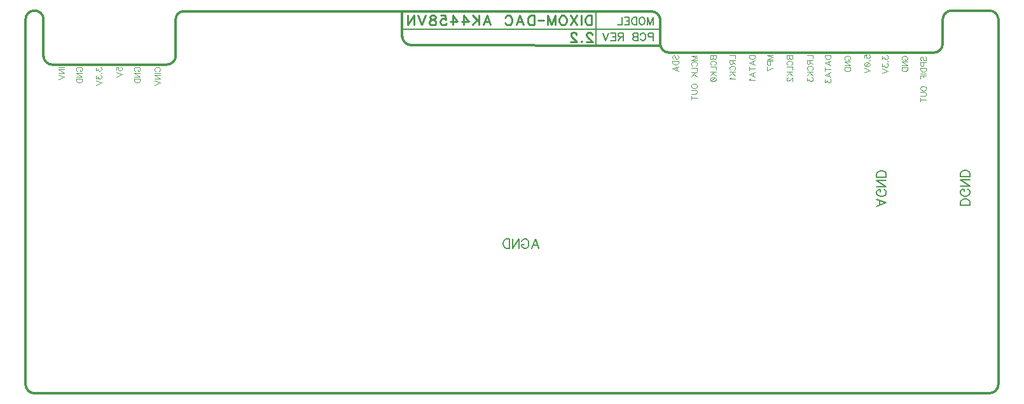
<source format=gbr>
G04 DipTrace 2.4.0.2*
%IN2_Layer_Bottom_Silk.gbr*%
%MOIN*%
%ADD14C,0.0118*%
%ADD27C,0.0059*%
%ADD115C,0.0046*%
%ADD116C,0.0109*%
%ADD117C,0.0062*%
%ADD118C,0.0077*%
%FSLAX44Y44*%
G04*
G70*
G90*
G75*
G01*
%LNBotSilk*%
%LPD*%
X5118Y23701D2*
D14*
Y4567D1*
X53583Y24173D2*
X55709D1*
X5551D2*
X5591D1*
X6063Y23740D2*
Y21772D1*
X6535Y21339D2*
X12520D1*
X12992Y23740D2*
Y21811D1*
X13425Y24134D2*
X37913D1*
X38386Y23661D2*
Y22402D1*
X38819Y21969D2*
X52717D1*
X53189Y23701D2*
Y22441D1*
X56102Y23701D2*
Y4567D1*
X5591Y4094D2*
X55591D1*
X6535Y21339D2*
G02X6063Y21811I-4J469D01*
G01*
X5591Y4094D2*
G02X5118Y4567I-4J469D01*
G01*
X56102D2*
G02X55630Y4094I-469J-4D01*
G01*
X5118Y23701D2*
G02X5551Y24173I471J3D01*
G01*
X6063Y23740D2*
G03X5591Y24173I-470J-38D01*
G01*
X12992Y23740D2*
G02X13425Y24134I405J-10D01*
G01*
X53189Y23701D2*
G02X53622Y24173I471J3D01*
G01*
X38386Y23701D2*
G03X37913Y24134I-470J-38D01*
G01*
X53189Y22441D2*
G02X52717Y21969I-469J-4D01*
G01*
X12992Y21811D2*
G02X12520Y21339I-469J-4D01*
G01*
X38858Y21969D2*
G02X38386Y22441I-4J469D01*
G01*
X56102Y23740D2*
G03X55630Y24173I-470J-38D01*
G01*
X35020Y24094D2*
D27*
Y22303D1*
X24862Y24094D2*
D14*
Y22795D1*
X25354Y22362D2*
X38370Y22323D1*
X25339Y22362D2*
G02X24866Y22835I-4J469D01*
G01*
X38386Y23189D2*
D27*
X24843D1*
X39074Y21628D2*
D115*
X39045Y21656D1*
X39031Y21699D1*
Y21757D1*
X39045Y21800D1*
X39074Y21829D1*
X39103D1*
X39131Y21814D1*
X39146Y21800D1*
X39160Y21771D1*
X39189Y21685D1*
X39203Y21656D1*
X39218Y21642D1*
X39246Y21628D1*
X39289D1*
X39318Y21656D1*
X39332Y21699D1*
Y21757D1*
X39318Y21800D1*
X39289Y21829D1*
X39031Y21535D2*
X39332D1*
Y21434D1*
X39318Y21391D1*
X39289Y21362D1*
X39260Y21348D1*
X39218Y21334D1*
X39146D1*
X39103Y21348D1*
X39074Y21362D1*
X39045Y21391D1*
X39031Y21434D1*
Y21535D1*
X39332Y21012D2*
X39031Y21127D1*
X39332Y21241D1*
X39232Y21198D2*
Y21055D1*
X40317Y21579D2*
X40015D1*
X40317Y21694D1*
X40015Y21809D1*
X40317D1*
X40087Y21272D2*
X40058Y21286D1*
X40029Y21315D1*
X40015Y21343D1*
Y21401D1*
X40029Y21429D1*
X40058Y21458D1*
X40087Y21473D1*
X40130Y21487D1*
X40202D1*
X40245Y21473D1*
X40273Y21458D1*
X40302Y21429D1*
X40317Y21401D1*
Y21343D1*
X40302Y21315D1*
X40273Y21286D1*
X40245Y21272D1*
X40015Y21179D2*
X40317D1*
Y21007D1*
X40015Y20914D2*
X40317D1*
X40015Y20713D2*
X40216Y20914D1*
X40144Y20843D2*
X40317Y20713D1*
X40015Y20243D2*
X40029Y20272D1*
X40058Y20300D1*
X40087Y20315D1*
X40130Y20329D1*
X40202D1*
X40245Y20315D1*
X40273Y20300D1*
X40302Y20272D1*
X40317Y20243D1*
Y20185D1*
X40302Y20157D1*
X40273Y20128D1*
X40245Y20114D1*
X40202Y20100D1*
X40130D1*
X40087Y20114D1*
X40058Y20128D1*
X40029Y20157D1*
X40015Y20185D1*
Y20243D1*
Y20007D2*
X40230D1*
X40273Y19993D1*
X40302Y19964D1*
X40317Y19921D1*
Y19892D1*
X40302Y19849D1*
X40273Y19820D1*
X40230Y19806D1*
X40015D1*
Y19613D2*
X40317D1*
X40015Y19713D2*
Y19512D1*
X40999Y21829D2*
X41301D1*
Y21699D1*
X41286Y21656D1*
X41272Y21642D1*
X41243Y21628D1*
X41200D1*
X41172Y21642D1*
X41157Y21656D1*
X41143Y21699D1*
X41128Y21656D1*
X41114Y21642D1*
X41086Y21628D1*
X41057D1*
X41028Y21642D1*
X41014Y21656D1*
X40999Y21699D1*
Y21829D1*
X41143D2*
Y21699D1*
X41071Y21320D2*
X41043Y21334D1*
X41014Y21363D1*
X40999Y21391D1*
Y21449D1*
X41014Y21478D1*
X41043Y21506D1*
X41071Y21521D1*
X41114Y21535D1*
X41186D1*
X41229Y21521D1*
X41258Y21506D1*
X41286Y21478D1*
X41301Y21449D1*
Y21391D1*
X41286Y21363D1*
X41258Y21334D1*
X41229Y21320D1*
X40999Y21227D2*
X41301D1*
Y21055D1*
X40999Y20962D2*
X41301D1*
X40999Y20761D2*
X41200Y20962D1*
X41128Y20891D2*
X41301Y20761D1*
X41000Y20583D2*
X41014Y20626D1*
X41057Y20654D1*
X41129Y20669D1*
X41172D1*
X41243Y20654D1*
X41287Y20626D1*
X41301Y20583D1*
Y20554D1*
X41287Y20511D1*
X41243Y20482D1*
X41172Y20468D1*
X41129D1*
X41057Y20482D1*
X41014Y20511D1*
X41000Y20554D1*
Y20583D1*
X41057Y20482D2*
X41243Y20654D1*
X42023Y21829D2*
X42324D1*
Y21656D1*
X42167Y21564D2*
Y21435D1*
X42152Y21392D1*
X42138Y21377D1*
X42109Y21363D1*
X42080D1*
X42052Y21377D1*
X42037Y21392D1*
X42023Y21435D1*
Y21564D1*
X42324D1*
X42167Y21463D2*
X42324Y21363D1*
X42095Y21055D2*
X42066Y21069D1*
X42037Y21098D1*
X42023Y21127D1*
Y21184D1*
X42037Y21213D1*
X42066Y21241D1*
X42095Y21256D1*
X42138Y21270D1*
X42210D1*
X42253Y21256D1*
X42281Y21241D1*
X42310Y21213D1*
X42324Y21184D1*
Y21127D1*
X42310Y21098D1*
X42281Y21069D1*
X42253Y21055D1*
X42023Y20962D2*
X42324D1*
X42023Y20761D2*
X42224Y20962D1*
X42152Y20891D2*
X42324Y20761D1*
X42081Y20669D2*
X42066Y20640D1*
X42023Y20597D1*
X42324D1*
X43047Y21843D2*
X43348D1*
Y21743D1*
X43334Y21700D1*
X43305Y21671D1*
X43276Y21657D1*
X43233Y21643D1*
X43161D1*
X43118Y21657D1*
X43090Y21671D1*
X43061Y21700D1*
X43047Y21743D1*
Y21843D1*
X43348Y21320D2*
X43047Y21435D1*
X43348Y21550D1*
X43248Y21507D2*
Y21363D1*
X43047Y21127D2*
X43348D1*
X43047Y21227D2*
Y21026D1*
X43348Y20704D2*
X43047Y20819D1*
X43348Y20934D1*
X43248Y20891D2*
Y20747D1*
X43104Y20611D2*
X43090Y20583D1*
X43047Y20539D1*
X43348D1*
X44293Y21606D2*
X43992D1*
X44293Y21721D1*
X43992Y21836D1*
X44293D1*
X44149Y21514D2*
Y21384D1*
X44135Y21341D1*
X44121Y21327D1*
X44092Y21313D1*
X44049D1*
X44020Y21327D1*
X44006Y21341D1*
X43992Y21384D1*
Y21514D1*
X44293D1*
Y21163D2*
X43992Y21019D1*
Y21220D1*
X45015Y21829D2*
X45317D1*
Y21699D1*
X45302Y21656D1*
X45288Y21642D1*
X45259Y21628D1*
X45216D1*
X45187Y21642D1*
X45173Y21656D1*
X45159Y21699D1*
X45144Y21656D1*
X45130Y21642D1*
X45101Y21628D1*
X45073D1*
X45044Y21642D1*
X45029Y21656D1*
X45015Y21699D1*
Y21829D1*
X45159D2*
Y21699D1*
X45087Y21320D2*
X45058Y21334D1*
X45029Y21363D1*
X45015Y21391D1*
Y21449D1*
X45029Y21478D1*
X45058Y21506D1*
X45087Y21521D1*
X45130Y21535D1*
X45202D1*
X45245Y21521D1*
X45273Y21506D1*
X45302Y21478D1*
X45317Y21449D1*
Y21391D1*
X45302Y21363D1*
X45273Y21334D1*
X45245Y21320D1*
X45015Y21227D2*
X45317D1*
Y21055D1*
X45015Y20962D2*
X45317D1*
X45015Y20761D2*
X45216Y20962D1*
X45144Y20891D2*
X45317Y20761D1*
X45087Y20654D2*
X45073D1*
X45044Y20640D1*
X45030Y20626D1*
X45015Y20597D1*
Y20539D1*
X45030Y20511D1*
X45044Y20497D1*
X45073Y20482D1*
X45101D1*
X45130Y20497D1*
X45173Y20525D1*
X45317Y20669D1*
Y20468D1*
X46078Y21829D2*
X46380D1*
Y21656D1*
X46222Y21564D2*
Y21435D1*
X46207Y21392D1*
X46193Y21377D1*
X46164Y21363D1*
X46136D1*
X46107Y21377D1*
X46092Y21392D1*
X46078Y21435D1*
Y21564D1*
X46380D1*
X46222Y21463D2*
X46380Y21363D1*
X46150Y21055D2*
X46121Y21069D1*
X46092Y21098D1*
X46078Y21127D1*
Y21184D1*
X46092Y21213D1*
X46121Y21241D1*
X46150Y21256D1*
X46193Y21270D1*
X46265D1*
X46308Y21256D1*
X46336Y21241D1*
X46365Y21213D1*
X46380Y21184D1*
Y21127D1*
X46365Y21098D1*
X46336Y21069D1*
X46308Y21055D1*
X46078Y20962D2*
X46380D1*
X46078Y20761D2*
X46279Y20962D1*
X46207Y20891D2*
X46380Y20761D1*
X46078Y20640D2*
Y20482D1*
X46193Y20568D1*
Y20525D1*
X46207Y20497D1*
X46222Y20482D1*
X46265Y20468D1*
X46293D1*
X46336Y20482D1*
X46365Y20511D1*
X46380Y20554D1*
Y20597D1*
X46365Y20640D1*
X46351Y20654D1*
X46322Y20669D1*
X47023Y21829D2*
X47324D1*
Y21728D1*
X47310Y21685D1*
X47281Y21656D1*
X47253Y21642D1*
X47210Y21628D1*
X47138D1*
X47095Y21642D1*
X47066Y21656D1*
X47037Y21685D1*
X47023Y21728D1*
Y21829D1*
X47324Y21305D2*
X47023Y21420D1*
X47324Y21535D1*
X47224Y21492D2*
Y21348D1*
X47023Y21112D2*
X47324D1*
X47023Y21212D2*
Y21012D1*
X47324Y20689D2*
X47023Y20804D1*
X47324Y20919D1*
X47224Y20876D2*
Y20732D1*
X47023Y20568D2*
Y20410D1*
X47138Y20496D1*
Y20453D1*
X47152Y20424D1*
X47167Y20410D1*
X47210Y20395D1*
X47238D1*
X47281Y20410D1*
X47310Y20439D1*
X47324Y20482D1*
Y20525D1*
X47310Y20568D1*
X47296Y20582D1*
X47267Y20596D1*
X48118Y21574D2*
X48090Y21588D1*
X48061Y21617D1*
X48047Y21646D1*
Y21703D1*
X48061Y21732D1*
X48090Y21760D1*
X48118Y21775D1*
X48161Y21789D1*
X48233D1*
X48276Y21775D1*
X48305Y21760D1*
X48334Y21732D1*
X48348Y21703D1*
Y21646D1*
X48334Y21617D1*
X48305Y21588D1*
X48276Y21574D1*
X48233D1*
Y21646D1*
X48047Y21280D2*
X48348D1*
X48047Y21481D1*
X48348D1*
X48047Y21188D2*
X48348D1*
Y21087D1*
X48334Y21044D1*
X48305Y21015D1*
X48276Y21001D1*
X48233Y20987D1*
X48161D1*
X48118Y21001D1*
X48090Y21015D1*
X48061Y21044D1*
X48047Y21087D1*
Y21188D1*
X49071Y21696D2*
Y21839D1*
X49200Y21853D1*
X49185Y21839D1*
X49171Y21796D1*
Y21753D1*
X49185Y21710D1*
X49214Y21681D1*
X49257Y21667D1*
X49286D1*
X49329Y21681D1*
X49357Y21710D1*
X49372Y21753D1*
Y21796D1*
X49357Y21839D1*
X49343Y21853D1*
X49314Y21868D1*
X49343Y21560D2*
X49357Y21574D1*
X49372Y21560D1*
X49357Y21545D1*
X49343Y21560D1*
X49071Y21367D2*
X49085Y21410D1*
X49128Y21439D1*
X49200Y21453D1*
X49243D1*
X49314Y21439D1*
X49357Y21410D1*
X49372Y21367D1*
Y21338D1*
X49357Y21295D1*
X49314Y21266D1*
X49243Y21252D1*
X49200D1*
X49128Y21266D1*
X49085Y21295D1*
X49071Y21338D1*
Y21367D1*
X49128Y21266D2*
X49314Y21439D1*
X49070Y21159D2*
X49372Y21044D1*
X49070Y20930D1*
X51110Y21574D2*
X51082Y21588D1*
X51053Y21617D1*
X51039Y21646D1*
Y21703D1*
X51053Y21732D1*
X51082Y21760D1*
X51110Y21775D1*
X51154Y21789D1*
X51225D1*
X51268Y21775D1*
X51297Y21760D1*
X51326Y21732D1*
X51340Y21703D1*
Y21646D1*
X51326Y21617D1*
X51297Y21588D1*
X51268Y21574D1*
X51225D1*
Y21646D1*
X51039Y21280D2*
X51340D1*
X51039Y21481D1*
X51340D1*
X51039Y21188D2*
X51340D1*
Y21087D1*
X51326Y21044D1*
X51297Y21015D1*
X51268Y21001D1*
X51225Y20987D1*
X51154D1*
X51110Y21001D1*
X51082Y21015D1*
X51053Y21044D1*
X51039Y21087D1*
Y21188D1*
X50015Y21800D2*
Y21642D1*
X50130Y21728D1*
Y21685D1*
X50144Y21656D1*
X50159Y21642D1*
X50202Y21628D1*
X50230D1*
X50273Y21642D1*
X50302Y21671D1*
X50317Y21714D1*
Y21757D1*
X50302Y21800D1*
X50288Y21814D1*
X50259Y21829D1*
X50288Y21521D2*
X50302Y21535D1*
X50317Y21521D1*
X50302Y21506D1*
X50288Y21521D1*
X50015Y21385D2*
Y21227D1*
X50130Y21313D1*
Y21270D1*
X50144Y21241D1*
X50159Y21227D1*
X50202Y21212D1*
X50230D1*
X50273Y21227D1*
X50302Y21256D1*
X50317Y21299D1*
Y21342D1*
X50302Y21385D1*
X50288Y21399D1*
X50259Y21413D1*
X50015Y21120D2*
X50317Y21005D1*
X50015Y20890D1*
X52066Y21549D2*
X52037Y21577D1*
X52023Y21620D1*
Y21678D1*
X52037Y21721D1*
X52066Y21750D1*
X52095D1*
X52124Y21735D1*
X52138Y21721D1*
X52152Y21692D1*
X52181Y21606D1*
X52195Y21577D1*
X52210Y21563D1*
X52238Y21549D1*
X52281D1*
X52310Y21577D1*
X52324Y21620D1*
Y21678D1*
X52310Y21721D1*
X52281Y21750D1*
X52181Y21456D2*
Y21327D1*
X52167Y21284D1*
X52152Y21270D1*
X52124Y21255D1*
X52080D1*
X52052Y21270D1*
X52037Y21284D1*
X52023Y21327D1*
Y21456D1*
X52324D1*
X52023Y21163D2*
X52324D1*
Y21062D1*
X52310Y21019D1*
X52281Y20990D1*
X52253Y20976D1*
X52210Y20962D1*
X52138D1*
X52095Y20976D1*
X52066Y20990D1*
X52037Y21019D1*
X52023Y21062D1*
Y21163D1*
Y20869D2*
X52324D1*
X52023Y20590D2*
Y20776D1*
X52324D1*
X52167D2*
Y20662D1*
X52023Y20119D2*
X52037Y20148D1*
X52066Y20177D1*
X52095Y20191D1*
X52138Y20205D1*
X52210D1*
X52253Y20191D1*
X52281Y20177D1*
X52310Y20148D1*
X52324Y20119D1*
Y20062D1*
X52310Y20033D1*
X52281Y20004D1*
X52253Y19990D1*
X52210Y19976D1*
X52138D1*
X52095Y19990D1*
X52066Y20004D1*
X52037Y20033D1*
X52023Y20062D1*
Y20119D1*
Y19883D2*
X52238D1*
X52281Y19869D1*
X52310Y19840D1*
X52324Y19797D1*
Y19769D1*
X52310Y19725D1*
X52281Y19697D1*
X52238Y19682D1*
X52023D1*
Y19489D2*
X52324D1*
X52023Y19590D2*
Y19389D1*
X6835Y21188D2*
X7137D1*
X6835Y20894D2*
X7137D1*
X6835Y21095D1*
X7137D1*
X6835Y20802D2*
X7137Y20687D1*
X6835Y20572D1*
X7852Y20998D2*
X7823Y21012D1*
X7794Y21041D1*
X7780Y21070D1*
Y21127D1*
X7794Y21156D1*
X7823Y21185D1*
X7852Y21199D1*
X7895Y21213D1*
X7967D1*
X8010Y21199D1*
X8038Y21185D1*
X8067Y21156D1*
X8081Y21127D1*
Y21070D1*
X8067Y21041D1*
X8038Y21012D1*
X8010Y20998D1*
X7967D1*
Y21070D1*
X7780Y20705D2*
X8081D1*
X7780Y20906D1*
X8081D1*
X7780Y20612D2*
X8081D1*
Y20511D1*
X8067Y20468D1*
X8038Y20439D1*
X8010Y20425D1*
X7967Y20411D1*
X7895D1*
X7852Y20425D1*
X7823Y20439D1*
X7794Y20468D1*
X7780Y20511D1*
Y20612D1*
X8804Y21176D2*
Y21018D1*
X8919Y21104D1*
Y21061D1*
X8933Y21033D1*
X8947Y21018D1*
X8990Y21004D1*
X9019D1*
X9062Y21018D1*
X9091Y21047D1*
X9105Y21090D1*
Y21133D1*
X9091Y21176D1*
X9076Y21190D1*
X9048Y21205D1*
X9076Y20897D2*
X9091Y20911D1*
X9105Y20897D1*
X9091Y20882D1*
X9076Y20897D1*
X8804Y20761D2*
Y20603D1*
X8919Y20689D1*
Y20646D1*
X8933Y20618D1*
X8947Y20603D1*
X8990Y20589D1*
X9019D1*
X9062Y20603D1*
X9091Y20632D1*
X9105Y20675D1*
Y20718D1*
X9091Y20761D1*
X9076Y20775D1*
X9048Y20790D1*
X8804Y20496D2*
X9105Y20381D1*
X8804Y20267D1*
X9867Y21051D2*
Y21194D1*
X9996Y21208D1*
X9982Y21194D1*
X9967Y21151D1*
Y21108D1*
X9982Y21065D1*
X10010Y21036D1*
X10053Y21022D1*
X10082D1*
X10125Y21036D1*
X10154Y21065D1*
X10168Y21108D1*
Y21151D1*
X10154Y21194D1*
X10139Y21208D1*
X10111Y21223D1*
X9867Y20929D2*
X10168Y20814D1*
X9867Y20700D1*
X11946Y20984D2*
X11918Y20998D1*
X11889Y21027D1*
X11875Y21055D1*
Y21113D1*
X11889Y21141D1*
X11918Y21170D1*
X11946Y21184D1*
X11989Y21199D1*
X12061D1*
X12104Y21184D1*
X12133Y21170D1*
X12161Y21141D1*
X12176Y21113D1*
Y21055D1*
X12161Y21027D1*
X12133Y20998D1*
X12104Y20984D1*
X11875Y20891D2*
X12176D1*
X11875Y20597D2*
X12176D1*
X11875Y20798D1*
X12176D1*
X11875Y20505D2*
X12176Y20390D1*
X11875Y20275D1*
X10883Y20998D2*
X10855Y21012D1*
X10826Y21041D1*
X10812Y21070D1*
Y21127D1*
X10826Y21156D1*
X10855Y21185D1*
X10883Y21199D1*
X10926Y21213D1*
X10998D1*
X11041Y21199D1*
X11070Y21185D1*
X11098Y21156D1*
X11113Y21127D1*
Y21070D1*
X11098Y21041D1*
X11070Y21012D1*
X11041Y20998D1*
X10998D1*
Y21070D1*
X10812Y20705D2*
X11113D1*
X10812Y20906D1*
X11113D1*
X10812Y20612D2*
X11113D1*
Y20511D1*
X11098Y20468D1*
X11070Y20439D1*
X11041Y20425D1*
X10998Y20411D1*
X10926D1*
X10883Y20425D1*
X10855Y20439D1*
X10826Y20468D1*
X10812Y20511D1*
Y20612D1*
X34795Y23917D2*
D116*
Y23415D1*
X34628D1*
X34556Y23439D1*
X34508Y23487D1*
X34484Y23535D1*
X34460Y23606D1*
Y23726D1*
X34484Y23798D1*
X34508Y23845D1*
X34556Y23894D1*
X34628Y23917D1*
X34795D1*
X34242D2*
Y23415D1*
X34023Y23917D2*
X33688Y23415D1*
Y23917D2*
X34023Y23415D1*
X33326Y23917D2*
X33374Y23894D1*
X33421Y23845D1*
X33446Y23798D1*
X33469Y23726D1*
Y23606D1*
X33446Y23535D1*
X33421Y23487D1*
X33374Y23439D1*
X33326Y23415D1*
X33230D1*
X33183Y23439D1*
X33134Y23487D1*
X33111Y23535D1*
X33087Y23606D1*
Y23726D1*
X33111Y23798D1*
X33134Y23845D1*
X33183Y23894D1*
X33230Y23917D1*
X33326D1*
X32486Y23415D2*
Y23917D1*
X32677Y23415D1*
X32868Y23917D1*
Y23415D1*
X32267Y23666D2*
X31991D1*
X31772Y23917D2*
Y23415D1*
X31604D1*
X31533Y23439D1*
X31485Y23487D1*
X31461Y23535D1*
X31437Y23606D1*
Y23726D1*
X31461Y23798D1*
X31485Y23845D1*
X31533Y23894D1*
X31604Y23917D1*
X31772D1*
X30835Y23415D2*
X31027Y23917D1*
X31218Y23415D1*
X31146Y23582D2*
X30907D1*
X30258Y23798D2*
X30282Y23845D1*
X30330Y23894D1*
X30377Y23917D1*
X30473D1*
X30521Y23894D1*
X30568Y23845D1*
X30593Y23798D1*
X30617Y23726D1*
Y23606D1*
X30593Y23535D1*
X30568Y23487D1*
X30521Y23439D1*
X30473Y23415D1*
X30377D1*
X30330Y23439D1*
X30282Y23487D1*
X30258Y23535D1*
X29106Y23415D2*
X29298Y23917D1*
X29489Y23415D1*
X29417Y23582D2*
X29178D1*
X28887Y23917D2*
Y23415D1*
X28552Y23917D2*
X28887Y23582D1*
X28768Y23702D2*
X28552Y23415D1*
X28094D2*
Y23917D1*
X28333Y23582D1*
X27975D1*
X27517Y23415D2*
Y23917D1*
X27756Y23582D1*
X27397D1*
X26892Y23917D2*
X27130D1*
X27154Y23702D1*
X27130Y23725D1*
X27059Y23750D1*
X26987D1*
X26915Y23725D1*
X26867Y23678D1*
X26844Y23606D1*
Y23559D1*
X26867Y23487D1*
X26915Y23439D1*
X26987Y23415D1*
X27059D1*
X27130Y23439D1*
X27154Y23463D1*
X27179Y23510D1*
X26505Y23917D2*
X26577Y23893D1*
X26601Y23845D1*
Y23797D1*
X26577Y23750D1*
X26529Y23725D1*
X26434Y23702D1*
X26362Y23678D1*
X26314Y23630D1*
X26290Y23582D1*
Y23510D1*
X26314Y23463D1*
X26338Y23439D1*
X26410Y23415D1*
X26505D1*
X26577Y23439D1*
X26601Y23463D1*
X26625Y23510D1*
Y23582D1*
X26601Y23630D1*
X26553Y23678D1*
X26482Y23702D1*
X26386Y23725D1*
X26338Y23750D1*
X26314Y23797D1*
Y23845D1*
X26338Y23893D1*
X26410Y23917D1*
X26505D1*
X26072D2*
X25881Y23415D1*
X25689Y23917D1*
X25136D2*
Y23415D1*
X25471Y23917D1*
Y23415D1*
X37701Y23428D2*
D117*
Y23829D1*
X37854Y23428D1*
X38007Y23829D1*
Y23428D1*
X37463Y23829D2*
X37501Y23810D1*
X37539Y23772D1*
X37559Y23734D1*
X37578Y23677D1*
Y23581D1*
X37559Y23524D1*
X37539Y23485D1*
X37501Y23447D1*
X37463Y23428D1*
X37386D1*
X37348Y23447D1*
X37310Y23485D1*
X37291Y23524D1*
X37272Y23581D1*
Y23677D1*
X37291Y23734D1*
X37310Y23772D1*
X37348Y23810D1*
X37386Y23829D1*
X37463D1*
X37148D2*
Y23428D1*
X37014D1*
X36957Y23447D1*
X36918Y23485D1*
X36899Y23524D1*
X36880Y23581D1*
Y23677D1*
X36899Y23734D1*
X36918Y23772D1*
X36957Y23810D1*
X37014Y23829D1*
X37148D1*
X36508D2*
X36757D1*
Y23428D1*
X36508D1*
X36757Y23638D2*
X36604D1*
X36385Y23829D2*
Y23428D1*
X36155D1*
X38019Y22792D2*
X37847D1*
X37790Y22811D1*
X37770Y22831D1*
X37751Y22869D1*
Y22926D1*
X37770Y22964D1*
X37790Y22984D1*
X37847Y23003D1*
X38019D1*
Y22601D1*
X37341Y22907D2*
X37360Y22945D1*
X37398Y22984D1*
X37436Y23003D1*
X37513D1*
X37551Y22984D1*
X37589Y22945D1*
X37609Y22907D1*
X37628Y22850D1*
Y22754D1*
X37609Y22697D1*
X37589Y22658D1*
X37551Y22620D1*
X37513Y22601D1*
X37436D1*
X37398Y22620D1*
X37360Y22658D1*
X37341Y22697D1*
X37217Y23003D2*
Y22601D1*
X37045D1*
X36988Y22620D1*
X36969Y22639D1*
X36950Y22677D1*
Y22735D1*
X36969Y22773D1*
X36988Y22792D1*
X37045Y22811D1*
X36988Y22831D1*
X36969Y22850D1*
X36950Y22888D1*
Y22926D1*
X36969Y22964D1*
X36988Y22984D1*
X37045Y23003D1*
X37217D1*
Y22811D2*
X37045D1*
X36437D2*
X36265D1*
X36208Y22831D1*
X36188Y22850D1*
X36169Y22888D1*
Y22926D1*
X36188Y22964D1*
X36208Y22984D1*
X36265Y23003D1*
X36437D1*
Y22601D1*
X36303Y22811D2*
X36169Y22601D1*
X35797Y23003D2*
X36046D1*
Y22601D1*
X35797D1*
X36046Y22811D2*
X35893D1*
X35674Y23003D2*
X35521Y22601D1*
X35368Y23003D1*
X34810Y22912D2*
D116*
Y22935D1*
X34786Y22983D1*
X34763Y23007D1*
X34714Y23031D1*
X34619D1*
X34571Y23007D1*
X34548Y22983D1*
X34523Y22935D1*
Y22888D1*
X34548Y22840D1*
X34595Y22768D1*
X34834Y22529D1*
X34499D1*
X34257Y22577D2*
X34281Y22553D1*
X34257Y22529D1*
X34233Y22553D1*
X34257Y22577D1*
X33990Y22912D2*
Y22935D1*
X33966Y22983D1*
X33942Y23007D1*
X33894Y23031D1*
X33798D1*
X33751Y23007D1*
X33727Y22983D1*
X33703Y22935D1*
Y22888D1*
X33727Y22840D1*
X33775Y22768D1*
X34014Y22529D1*
X33679D1*
X54615Y13956D2*
D118*
X54113D1*
Y14123D1*
X54137Y14195D1*
X54184Y14243D1*
X54232Y14267D1*
X54304Y14291D1*
X54424D1*
X54496Y14267D1*
X54543Y14243D1*
X54591Y14195D1*
X54615Y14123D1*
Y13956D1*
X54496Y14804D2*
X54543Y14780D1*
X54591Y14732D1*
X54615Y14684D1*
Y14589D1*
X54591Y14541D1*
X54543Y14493D1*
X54496Y14469D1*
X54424Y14445D1*
X54304D1*
X54232Y14469D1*
X54184Y14493D1*
X54137Y14541D1*
X54113Y14589D1*
Y14684D1*
X54137Y14732D1*
X54184Y14780D1*
X54232Y14804D1*
X54304D1*
Y14684D1*
X54615Y15293D2*
X54113D1*
X54615Y14958D1*
X54113D1*
X54615Y15447D2*
X54113D1*
Y15615D1*
X54137Y15687D1*
X54184Y15735D1*
X54232Y15759D1*
X54304Y15782D1*
X54424D1*
X54496Y15759D1*
X54543Y15735D1*
X54591Y15687D1*
X54615Y15615D1*
Y15447D1*
X49727Y14275D2*
X50229Y14083D1*
X49727Y13892D1*
X49895Y13964D2*
Y14203D1*
X50110Y14788D2*
X50158Y14765D1*
X50206Y14717D1*
X50229Y14669D1*
Y14573D1*
X50206Y14525D1*
X50158Y14478D1*
X50110Y14453D1*
X50038Y14430D1*
X49918D1*
X49847Y14453D1*
X49799Y14478D1*
X49751Y14525D1*
X49727Y14573D1*
Y14669D1*
X49751Y14717D1*
X49799Y14765D1*
X49847Y14788D1*
X49918D1*
Y14669D1*
X50229Y15278D2*
X49727D1*
X50229Y14943D1*
X49727D1*
X50229Y15432D2*
X49727D1*
Y15600D1*
X49751Y15671D1*
X49799Y15719D1*
X49847Y15743D1*
X49918Y15767D1*
X50038D1*
X50110Y15743D1*
X50158Y15719D1*
X50206Y15671D1*
X50229Y15600D1*
Y15432D1*
X31644Y11695D2*
X31836Y12198D1*
X32027Y11695D1*
X31955Y11863D2*
X31716D1*
X31131Y12078D2*
X31155Y12126D1*
X31203Y12174D1*
X31251Y12198D1*
X31346D1*
X31394Y12174D1*
X31442Y12126D1*
X31466Y12078D1*
X31490Y12006D1*
Y11886D1*
X31466Y11815D1*
X31442Y11767D1*
X31394Y11719D1*
X31346Y11695D1*
X31251D1*
X31203Y11719D1*
X31155Y11767D1*
X31131Y11815D1*
Y11886D1*
X31251D1*
X30642Y12198D2*
Y11695D1*
X30977Y12198D1*
Y11695D1*
X30487Y12198D2*
Y11695D1*
X30320D1*
X30248Y11719D1*
X30200Y11767D1*
X30176Y11815D1*
X30153Y11886D1*
Y12006D1*
X30176Y12078D1*
X30200Y12126D1*
X30248Y12174D1*
X30320Y12198D1*
X30487D1*
M02*

</source>
